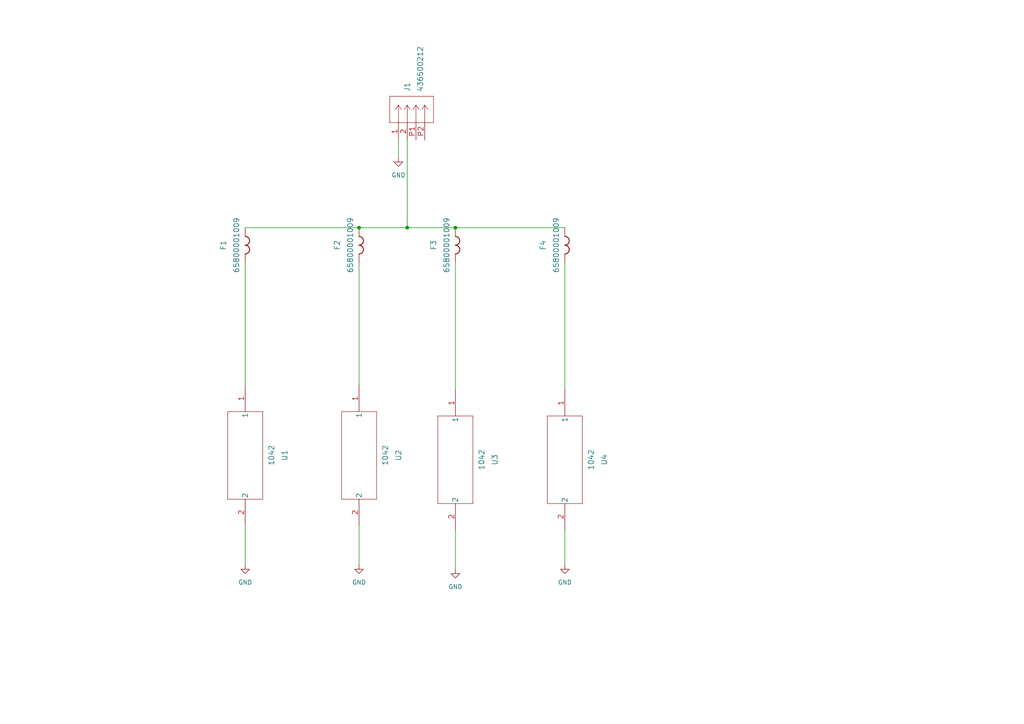
<source format=kicad_sch>
(kicad_sch (version 20211123) (generator eeschema)
  (paper "A4")
  (lib_symbols
    (symbol "Battery holder:1042" (pin_names (offset 0.254))
      (property "Reference" "U" (at 20.32 10.16 0))
      (property "Value" "1042" (at 20.32 7.62 0))
      (symbol "1042_1_1"
        (polyline (pts (xy 7.62 -5.08) (xy 33.02 -5.08)) (stroke (width 0.127)))
        (polyline (pts (xy 7.62 5.08) (xy 7.62 -5.08)) (stroke (width 0.127)))
        (polyline (pts (xy 33.02 -5.08) (xy 33.02 5.08)) (stroke (width 0.127)))
        (polyline (pts (xy 33.02 5.08) (xy 7.62 5.08)) (stroke (width 0.127)))
        (pin unspecified line (at 0 0 0) (length 7.62) (name "1") (number "1"))
        (pin unspecified line (at 40.64 0 180) (length 7.62) (name "2") (number "2"))
      )
    )
    (symbol "Connecter:436500212" (pin_names (offset 0.254) hide)
      (property "Reference" "J" (at 8.89 6.35 0))
      (property "Value" "436500212" (at 10.16 -5.08 0))
      (symbol "436500212_1_1"
        (polyline (pts (xy 5.08 -10.16) (xy 12.7 -10.16)) (stroke (width 0.127)))
        (polyline (pts (xy 5.08 2.54) (xy 5.08 -10.16)) (stroke (width 0.127)))
        (polyline (pts (xy 10.16 -7.62) (xy 5.08 -7.62)) (stroke (width 0.127)))
        (polyline (pts (xy 10.16 -7.62) (xy 8.89 -8.4582)) (stroke (width 0.127)))
        (polyline (pts (xy 10.16 -7.62) (xy 8.89 -6.7818)) (stroke (width 0.127)))
        (polyline (pts (xy 10.16 -5.08) (xy 5.08 -5.08)) (stroke (width 0.127)))
        (polyline (pts (xy 10.16 -5.08) (xy 8.89 -5.9182)) (stroke (width 0.127)))
        (polyline (pts (xy 10.16 -5.08) (xy 8.89 -4.2418)) (stroke (width 0.127)))
        (polyline (pts (xy 10.16 -2.54) (xy 5.08 -2.54)) (stroke (width 0.127)))
        (polyline (pts (xy 10.16 -2.54) (xy 8.89 -3.3782)) (stroke (width 0.127)))
        (polyline (pts (xy 10.16 -2.54) (xy 8.89 -1.7018)) (stroke (width 0.127)))
        (polyline (pts (xy 10.16 0) (xy 5.08 0)) (stroke (width 0.127)))
        (polyline (pts (xy 10.16 0) (xy 8.89 -0.8382)) (stroke (width 0.127)))
        (polyline (pts (xy 10.16 0) (xy 8.89 0.8382)) (stroke (width 0.127)))
        (polyline (pts (xy 12.7 -10.16) (xy 12.7 2.54)) (stroke (width 0.127)))
        (polyline (pts (xy 12.7 2.54) (xy 5.08 2.54)) (stroke (width 0.127)))
        (pin unspecified line (at 0 0 0) (length 5.08) (name "1") (number "1"))
        (pin unspecified line (at 0 -2.54 0) (length 5.08) (name "2") (number "2"))
        (pin unspecified line (at 0 -5.08 0) (length 5.08) (name "P1") (number "P1"))
        (pin unspecified line (at 0 -7.62 0) (length 5.08) (name "P2") (number "P2"))
      )
    )
    (symbol "Fuse holder:65800001009" (pin_numbers hide) (pin_names hide)
      (property "Reference" "F" (at 5.08 3.175 0))
      (property "Value" "65800001009" (at 5.08 -6.35 0))
      (symbol "65800001009_1_1"
        (arc (start 2.54 0) (mid 3.81 -1.27) (end 5.08 0) (stroke (width 0.254)))
        (arc (start 5.08 0) (mid 6.35 -1.27) (end 7.62 0) (stroke (width 0.254)))
        (pin unspecified line (at 0 0 0) (length 2.54) (name "1") (number "1"))
        (pin unspecified line (at 10.16 0 180) (length 2.54) (name "2") (number "2"))
      )
    )
    (symbol "power:GND" (power) (pin_names (offset 0))
      (property "Value" "GND" (at 0 -3.81 0))
      (symbol "GND_0_1"
        (polyline (pts (xy 0 0) (xy 0 -1.27) (xy 1.27 -1.27) (xy 0 -2.54) (xy -1.27 -1.27) (xy 0 -1.27)))
      )
      (symbol "GND_1_1"
        (pin power_in line (at 0 0 270) (length 0) hide (name "GND") (number "1"))
      )
    )
  )
  (junction (at 104.14 66.04))
  (junction (at 132.08 66.04))
  (junction (at 118.11 66.04))
  (wire (pts (xy 132.08 66.04) (xy 163.83 66.04)))
  (wire (pts (xy 104.14 66.04) (xy 118.11 66.04)))
  (wire (pts (xy 71.12 76.2) (xy 71.12 111.76)))
  (wire (pts (xy 71.12 152.4) (xy 71.12 163.83)))
  (wire (pts (xy 104.14 152.4) (xy 104.14 163.83)))
  (wire (pts (xy 132.08 153.67) (xy 132.08 165.1)))
  (wire (pts (xy 115.57 40.64) (xy 115.57 45.72)))
  (wire (pts (xy 104.14 76.2) (xy 104.14 111.76)))
  (wire (pts (xy 118.11 66.04) (xy 132.08 66.04)))
  (wire (pts (xy 118.11 40.64) (xy 118.11 66.04)))
  (wire (pts (xy 163.83 76.2) (xy 163.83 113.03)))
  (wire (pts (xy 71.12 66.04) (xy 104.14 66.04)))
  (wire (pts (xy 163.83 153.67) (xy 163.83 163.83)))
  (wire (pts (xy 132.08 76.2) (xy 132.08 113.03)))
  (symbol (lib_id "power:GND") (at 163.83 163.83 0) (unit 1)
    (property "Reference" "#PWR0105" (effects hide))
    (property "Value" "GND" (at 163.83 168.91 0))
  )
  (symbol (lib_id "Fuse holder:65800001009") (at 104.14 76.2 90) (unit 1)
    (property "Reference" "F2" (at 97.79 71.12 0) (effects (font (size 1.524 1.524))))
    (property "Value" "65800001009" (at 101.6 71.12 0) (effects (font (size 1.524 1.524))))
    (property "Footprint" "Fuse holder:65800001009" (effects hide))
  )
  (symbol (lib_id "Fuse holder:65800001009") (at 71.12 76.2 90) (unit 1)
    (property "Reference" "F1" (at 64.77 71.12 0) (effects (font (size 1.524 1.524))))
    (property "Value" "65800001009" (at 68.58 71.12 0) (effects (font (size 1.524 1.524))))
    (property "Footprint" "Fuse holder:65800001009" (effects hide))
  )
  (symbol (lib_id "Battery holder:1042") (at 71.12 111.76 270) (unit 1)
    (property "Reference" "U1" (at 82.55 132.08 0) (effects (font (size 1.524 1.524))))
    (property "Value" "1042" (at 78.74 132.08 0) (effects (font (size 1.524 1.524))))
    (property "Footprint" "Battery holder:1042" (effects hide))
  )
  (symbol (lib_id "Fuse holder:65800001009") (at 132.08 76.2 90) (unit 1)
    (property "Reference" "F3" (at 125.73 71.12 0) (effects (font (size 1.524 1.524))))
    (property "Value" "65800001009" (at 129.54 71.12 0) (effects (font (size 1.524 1.524))))
    (property "Footprint" "Fuse holder:65800001009" (effects hide))
  )
  (symbol (lib_id "power:GND") (at 132.08 165.1 0) (unit 1)
    (property "Reference" "#PWR?" (effects hide))
    (property "Value" "GND" (at 132.08 170.18 0))
  )
  (symbol (lib_id "Connecter:436500212") (at 115.57 40.64 90) (unit 1)
    (property "Reference" "J1" (at 118.11 26.67 0) (effects (font (size 1.524 1.524)) (justify left)))
    (property "Value" "436500212" (at 121.92 26.67 0) (effects (font (size 1.524 1.524)) (justify left)))
    (property "Footprint" "Connecter:436500212" (effects hide))
  )
  (symbol (lib_id "power:GND") (at 71.12 163.83 0) (unit 1)
    (property "Reference" "#PWR?" (effects hide))
    (property "Value" "GND" (at 71.12 168.91 0))
  )
  (symbol (lib_id "power:GND") (at 115.57 45.72 0) (unit 1)
    (property "Reference" "#PWR0102" (effects hide))
    (property "Value" "GND" (at 115.57 50.8 0))
  )
  (symbol (lib_id "Battery holder:1042") (at 132.08 113.03 270) (unit 1)
    (property "Reference" "U3" (at 143.51 133.35 0) (effects (font (size 1.524 1.524))))
    (property "Value" "1042" (at 139.7 133.35 0) (effects (font (size 1.524 1.524))))
    (property "Footprint" "Battery holder:1042" (effects hide))
  )
  (symbol (lib_id "Fuse holder:65800001009") (at 163.83 76.2 90) (unit 1)
    (property "Reference" "F4" (at 157.48 71.12 0) (effects (font (size 1.524 1.524))))
    (property "Value" "65800001009" (at 161.29 71.12 0) (effects (font (size 1.524 1.524))))
    (property "Footprint" "Fuse holder:65800001009" (effects hide))
  )
  (symbol (lib_id "Battery holder:1042") (at 104.14 111.76 270) (unit 1)
    (property "Reference" "U2" (at 115.57 132.08 0) (effects (font (size 1.524 1.524))))
    (property "Value" "1042" (at 111.76 132.08 0) (effects (font (size 1.524 1.524))))
    (property "Footprint" "Battery holder:1042" (effects hide))
  )
  (symbol (lib_id "Battery holder:1042") (at 163.83 113.03 270) (unit 1)
    (property "Reference" "U4" (at 175.26 133.35 0) (effects (font (size 1.524 1.524))))
    (property "Value" "1042" (at 171.45 133.35 0) (effects (font (size 1.524 1.524))))
    (property "Footprint" "Battery holder:1042" (effects hide))
  )
  (symbol (lib_id "power:GND") (at 104.14 163.83 0) (unit 1)
    (property "Reference" "#PWR?" (effects hide))
    (property "Value" "GND" (at 104.14 168.91 0))
  )
)
</source>
